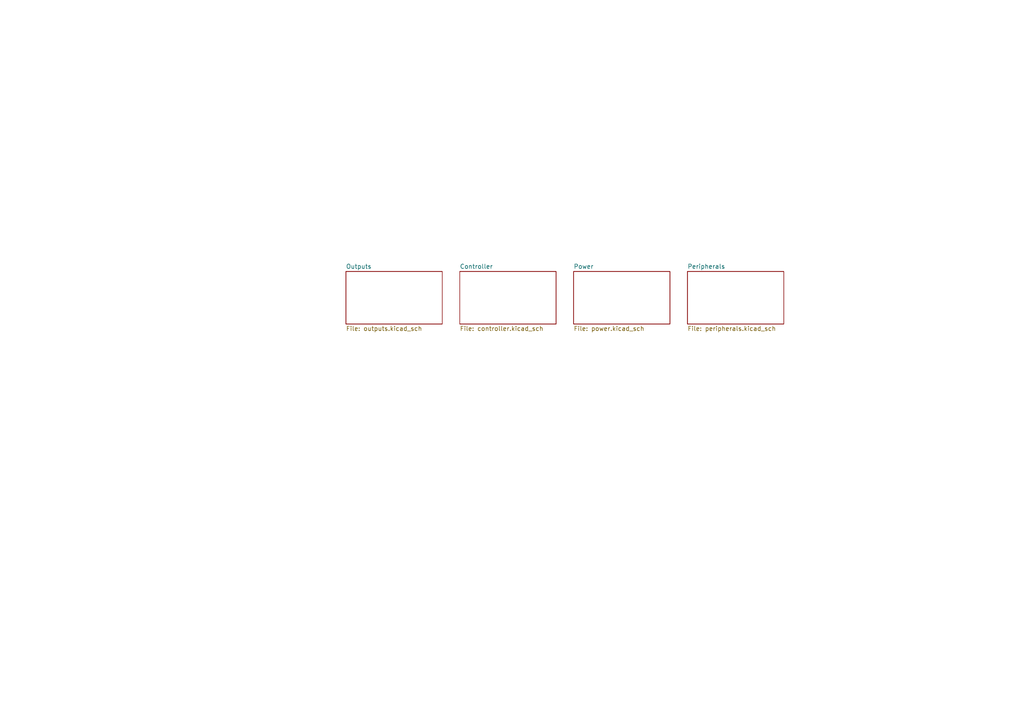
<source format=kicad_sch>
(kicad_sch
	(version 20231120)
	(generator "eeschema")
	(generator_version "8.0")
	(uuid "d013d610-c58f-4b11-9d18-37fc135ac516")
	(paper "A4")
	(lib_symbols)
	(sheet
		(at 199.39 78.74)
		(size 27.94 15.24)
		(fields_autoplaced yes)
		(stroke
			(width 0.1524)
			(type solid)
		)
		(fill
			(color 0 0 0 0.0000)
		)
		(uuid "216059c5-2bf9-45d1-b747-ef37194b3a11")
		(property "Sheetname" "Peripherals"
			(at 199.39 78.0284 0)
			(effects
				(font
					(size 1.27 1.27)
				)
				(justify left bottom)
			)
		)
		(property "Sheetfile" "peripherals.kicad_sch"
			(at 199.39 94.5646 0)
			(effects
				(font
					(size 1.27 1.27)
				)
				(justify left top)
			)
		)
		(instances
			(project "cooler-master"
				(path "/d013d610-c58f-4b11-9d18-37fc135ac516"
					(page "5")
				)
			)
		)
	)
	(sheet
		(at 166.37 78.74)
		(size 27.94 15.24)
		(fields_autoplaced yes)
		(stroke
			(width 0.1524)
			(type solid)
		)
		(fill
			(color 0 0 0 0.0000)
		)
		(uuid "2fe0b40e-9c10-4ff0-b2cd-5720581d147f")
		(property "Sheetname" "Power"
			(at 166.37 78.0284 0)
			(effects
				(font
					(size 1.27 1.27)
				)
				(justify left bottom)
			)
		)
		(property "Sheetfile" "power.kicad_sch"
			(at 166.37 94.5646 0)
			(effects
				(font
					(size 1.27 1.27)
				)
				(justify left top)
			)
		)
		(instances
			(project "cooler-master"
				(path "/d013d610-c58f-4b11-9d18-37fc135ac516"
					(page "3")
				)
			)
		)
	)
	(sheet
		(at 100.33 78.74)
		(size 27.94 15.24)
		(fields_autoplaced yes)
		(stroke
			(width 0.1524)
			(type solid)
		)
		(fill
			(color 0 0 0 0.0000)
		)
		(uuid "7b650159-18e3-4a88-b5a2-506e6fe9f3ef")
		(property "Sheetname" "Outputs"
			(at 100.33 78.0284 0)
			(effects
				(font
					(size 1.27 1.27)
				)
				(justify left bottom)
			)
		)
		(property "Sheetfile" "outputs.kicad_sch"
			(at 100.33 94.5646 0)
			(effects
				(font
					(size 1.27 1.27)
				)
				(justify left top)
			)
		)
		(instances
			(project "cooler-master"
				(path "/d013d610-c58f-4b11-9d18-37fc135ac516"
					(page "2")
				)
			)
		)
	)
	(sheet
		(at 133.35 78.74)
		(size 27.94 15.24)
		(fields_autoplaced yes)
		(stroke
			(width 0.1524)
			(type solid)
		)
		(fill
			(color 0 0 0 0.0000)
		)
		(uuid "ddbda7f4-3933-4f27-89fe-4c477c945179")
		(property "Sheetname" "Controller"
			(at 133.35 78.0284 0)
			(effects
				(font
					(size 1.27 1.27)
				)
				(justify left bottom)
			)
		)
		(property "Sheetfile" "controller.kicad_sch"
			(at 133.35 94.5646 0)
			(effects
				(font
					(size 1.27 1.27)
				)
				(justify left top)
			)
		)
		(instances
			(project "cooler-master"
				(path "/d013d610-c58f-4b11-9d18-37fc135ac516"
					(page "4")
				)
			)
		)
	)
	(sheet_instances
		(path "/"
			(page "1")
		)
	)
)

</source>
